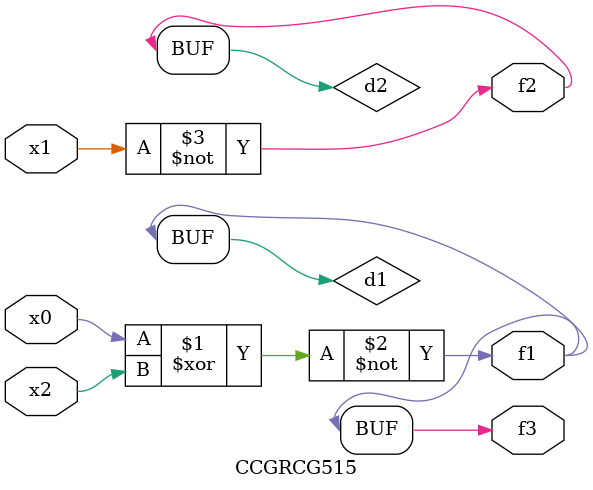
<source format=v>
module CCGRCG515(
	input x0, x1, x2,
	output f1, f2, f3
);

	wire d1, d2, d3;

	xnor (d1, x0, x2);
	nand (d2, x1);
	nor (d3, x1, x2);
	assign f1 = d1;
	assign f2 = d2;
	assign f3 = d1;
endmodule

</source>
